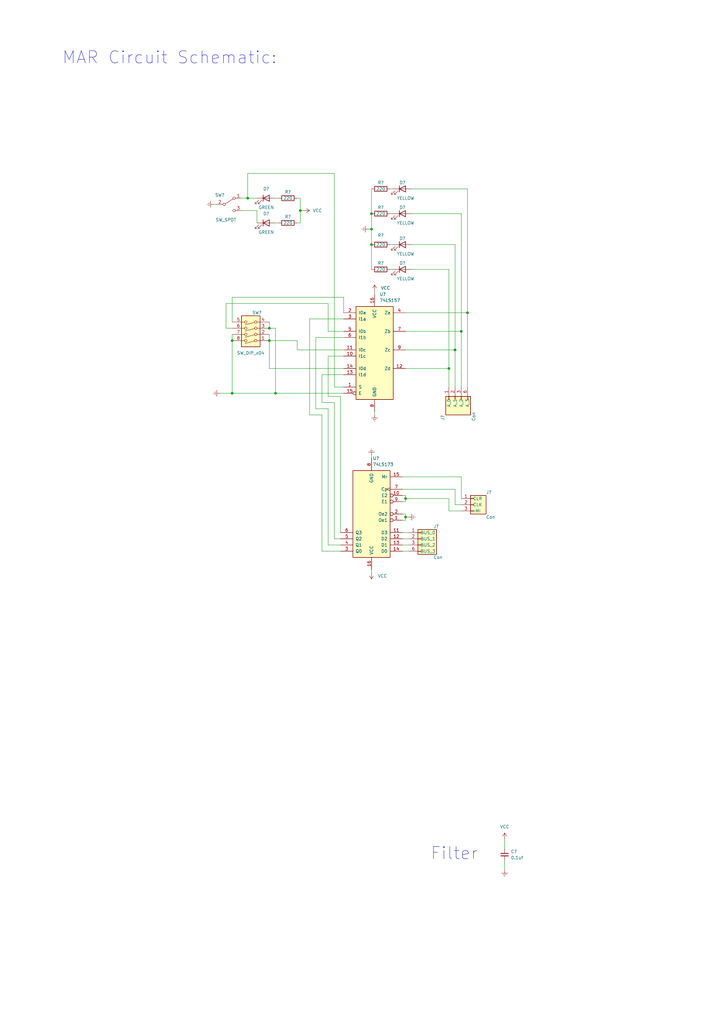
<source format=kicad_sch>
(kicad_sch (version 20211123) (generator eeschema)
  (paper "A3" portrait)
  (lib_symbols
    (symbol "74xx:74LS157" (pin_names (offset 1.016))
      (property "Reference" "U" (at -7.62 19.05 0))
      (property "Value" "74LS157" (at -7.62 -21.59 0))
      (symbol "74LS157_1_0"
        (pin input line (at -12.7 -15.24 0) (length 5.08) (name "S") (number "1"))
        (pin input line (at -12.7 -2.54 0) (length 5.08) (name "I1c") (number "10"))
        (pin input line (at -12.7 0 0) (length 5.08) (name "I0c") (number "11"))
        (pin output line (at 12.7 -7.62 180) (length 5.08) (name "Zd") (number "12"))
        (pin input line (at -12.7 -10.16 0) (length 5.08) (name "I1d") (number "13"))
        (pin input line (at -12.7 -7.62 0) (length 5.08) (name "I0d") (number "14"))
        (pin input inverted (at -12.7 -17.78 0) (length 5.08) (name "E") (number "15"))
        (pin power_in line (at 0 22.86 270) (length 5.08) (name "VCC") (number "16"))
        (pin input line (at -12.7 15.24 0) (length 5.08) (name "I0a") (number "2"))
        (pin input line (at -12.7 12.7 0) (length 5.08) (name "I1a") (number "3"))
        (pin output line (at 12.7 15.24 180) (length 5.08) (name "Za") (number "4"))
        (pin input line (at -12.7 7.62 0) (length 5.08) (name "I0b") (number "5"))
        (pin input line (at -12.7 5.08 0) (length 5.08) (name "I1b") (number "6"))
        (pin output line (at 12.7 7.62 180) (length 5.08) (name "Zb") (number "7"))
        (pin power_in line (at 0 -25.4 90) (length 5.08) (name "GND") (number "8"))
        (pin output line (at 12.7 0 180) (length 5.08) (name "Zc") (number "9"))
      )
      (symbol "74LS157_1_1"
        (rectangle (start -7.62 17.78) (end 7.62 -20.32) (stroke (width 0.254)) (fill (type background)))
      )
    )
    (symbol "74xx:74LS173" (pin_names (offset 1.016))
      (property "Reference" "U" (at -7.62 19.05 0))
      (property "Value" "74LS173" (at -7.62 -19.05 0))
      (symbol "74LS173_1_0"
        (pin input inverted (at -12.7 2.54 0) (length 5.08) (name "Oe1") (number "1"))
        (pin input inverted (at -12.7 -7.62 0) (length 5.08) (name "E2") (number "10"))
        (pin input line (at -12.7 7.62 0) (length 5.08) (name "D3") (number "11"))
        (pin input line (at -12.7 10.16 0) (length 5.08) (name "D2") (number "12"))
        (pin input line (at -12.7 12.7 0) (length 5.08) (name "D1") (number "13"))
        (pin input line (at -12.7 15.24 0) (length 5.08) (name "D0") (number "14"))
        (pin input line (at -12.7 -15.24 0) (length 5.08) (name "Mr") (number "15"))
        (pin power_in line (at 0 22.86 270) (length 5.08) (name "VCC") (number "16"))
        (pin input inverted (at -12.7 0 0) (length 5.08) (name "Oe2") (number "2"))
        (pin tri_state line (at 12.7 15.24 180) (length 5.08) (name "Q0") (number "3"))
        (pin tri_state line (at 12.7 12.7 180) (length 5.08) (name "Q1") (number "4"))
        (pin tri_state line (at 12.7 10.16 180) (length 5.08) (name "Q2") (number "5"))
        (pin tri_state line (at 12.7 7.62 180) (length 5.08) (name "Q3") (number "6"))
        (pin input clock (at -12.7 -10.16 0) (length 5.08) (name "Cp") (number "7"))
        (pin power_in line (at 0 -22.86 90) (length 5.08) (name "GND") (number "8"))
        (pin input inverted (at -12.7 -5.08 0) (length 5.08) (name "E1") (number "9"))
      )
      (symbol "74LS173_1_1"
        (rectangle (start -7.62 17.78) (end 7.62 -17.78) (stroke (width 0.254)) (fill (type background)))
      )
    )
    (symbol "Conn_01x06_1" (pin_names (offset 1.016))
      (property "Reference" "J?" (at 5.08 7.62 0))
      (property "Value" "Con" (at 5.08 -5.08 0))
      (symbol "Conn_01x06_1_1_1"
        (rectangle (start -1.27 -2.54) (end 0 -2.794) (stroke (width 0.1524)))
        (rectangle (start -1.27 0.127) (end 0 -0.127) (stroke (width 0.1524)))
        (rectangle (start -1.27 2.667) (end 0 2.413) (stroke (width 0.1524)))
        (rectangle (start -1.27 5.207) (end 0 4.953) (stroke (width 0.1524)))
        (rectangle (start -1.27 6.35) (end 6.35 -3.81) (stroke (width 0.254)) (fill (type background)))
        (pin passive line (at -5.08 5.08 0) (length 3.81) (name "BUS_0") (number "1"))
        (pin passive line (at -5.08 2.54 0) (length 3.81) (name "BUS_1") (number "2"))
        (pin passive line (at -5.08 0 0) (length 3.81) (name "BUS_2") (number "3"))
        (pin passive line (at -5.08 -2.54 0) (length 3.81) (name "BUS_3") (number "6"))
      )
    )
    (symbol "Conn_01x06_2" (pin_names (offset 1.016))
      (property "Reference" "J?" (at 6.35 7.62 0))
      (property "Value" "Conn_01x06_2" (at 5.08 -5.08 0))
      (symbol "Conn_01x06_2_1_1"
        (rectangle (start -1.27 -2.54) (end 0 -2.794) (stroke (width 0.1524)))
        (rectangle (start -1.27 0.127) (end 0 -0.127) (stroke (width 0.1524)))
        (rectangle (start -1.27 2.667) (end 0 2.413) (stroke (width 0.1524)))
        (rectangle (start -1.27 5.207) (end 0 4.953) (stroke (width 0.1524)))
        (rectangle (start -1.27 6.35) (end 6.35 -3.81) (stroke (width 0.254)) (fill (type background)))
        (pin passive line (at -5.08 5.08 0) (length 3.81) (name "A_0") (number "1"))
        (pin passive line (at -5.08 2.54 0) (length 3.81) (name "A_1") (number "2"))
        (pin passive line (at -5.08 0 0) (length 3.81) (name "A_2") (number "3"))
        (pin passive line (at -5.08 -2.54 0) (length 3.81) (name "A_3") (number "6"))
      )
    )
    (symbol "Connector_Generic:Conn_01x06" (pin_names (offset 1.016))
      (property "Reference" "J?" (at 5.08 7.62 0))
      (property "Value" "Con" (at 5.08 -2.54 0))
      (symbol "Conn_01x06_1_1"
        (rectangle (start -1.27 0.127) (end 0 -0.127) (stroke (width 0.1524)))
        (rectangle (start -1.27 2.667) (end 0 2.413) (stroke (width 0.1524)))
        (rectangle (start -1.27 5.207) (end 0 4.953) (stroke (width 0.1524)))
        (rectangle (start -1.27 6.35) (end 5.08 -1.27) (stroke (width 0.254)) (fill (type background)))
        (pin passive line (at -5.08 5.08 0) (length 3.81) (name "CLR") (number "1"))
        (pin passive line (at -5.08 2.54 0) (length 3.81) (name "CLK") (number "2"))
        (pin passive line (at -5.08 0 0) (length 3.81) (name "~MI") (number "3"))
      )
    )
    (symbol "Device:C_Small" (pin_numbers hide) (pin_names (offset 0.254) hide)
      (property "Reference" "C" (at 0.254 1.778 0))
      (property "Value" "C_Small" (at 0.254 -2.032 0))
      (symbol "C_Small_0_1"
        (polyline (pts (xy -1.524 -0.508) (xy 1.524 -0.508)) (stroke (width 0.3302)))
        (polyline (pts (xy -1.524 0.508) (xy 1.524 0.508)) (stroke (width 0.3048)))
      )
      (symbol "C_Small_1_1"
        (pin passive line (at 0 2.54 270) (length 2.032) (name "~") (number "1"))
        (pin passive line (at 0 -2.54 90) (length 2.032) (name "~") (number "2"))
      )
    )
    (symbol "Device:LED" (pin_numbers hide) (pin_names (offset 1.016) hide)
      (property "Reference" "D" (at 0 2.54 0))
      (property "Value" "LED" (at 0 -2.54 0))
      (symbol "LED_0_1"
        (polyline (pts (xy -1.27 -1.27) (xy -1.27 1.27)) (stroke (width 0.254)))
        (polyline (pts (xy -1.27 0) (xy 1.27 0)))
        (polyline (pts (xy 1.27 -1.27) (xy 1.27 1.27) (xy -1.27 0) (xy 1.27 -1.27)) (stroke (width 0.254)))
        (polyline (pts (xy -3.048 -0.762) (xy -4.572 -2.286) (xy -3.81 -2.286) (xy -4.572 -2.286) (xy -4.572 -1.524)))
        (polyline (pts (xy -1.778 -0.762) (xy -3.302 -2.286) (xy -2.54 -2.286) (xy -3.302 -2.286) (xy -3.302 -1.524)))
      )
      (symbol "LED_1_1"
        (pin passive line (at -3.81 0 0) (length 2.54) (name "K") (number "1"))
        (pin passive line (at 3.81 0 180) (length 2.54) (name "A") (number "2"))
      )
    )
    (symbol "Device:R" (pin_numbers hide) (pin_names (offset 0))
      (property "Reference" "R" (at 2.032 0 90))
      (property "Value" "R" (at 0 0 90))
      (symbol "R_0_1"
        (rectangle (start -1.016 -2.54) (end 1.016 2.54) (stroke (width 0.254)))
      )
      (symbol "R_1_1"
        (pin passive line (at 0 3.81 270) (length 1.27) (name "~") (number "1"))
        (pin passive line (at 0 -3.81 90) (length 1.27) (name "~") (number "2"))
      )
    )
    (symbol "Earth_1" (power) (pin_names (offset 0))
      (symbol "Earth_1_0_1"
        (polyline (pts (xy -0.635 -1.905) (xy 0.635 -1.905)))
        (polyline (pts (xy -0.127 -2.54) (xy 0.127 -2.54)))
        (polyline (pts (xy 0 -1.27) (xy 0 0)))
        (polyline (pts (xy 1.27 -1.27) (xy -1.27 -1.27)))
      )
      (symbol "Earth_1_1_1"
        (pin power_in line (at 0 0 270) (length 0) hide (name "Earth") (number "1"))
      )
    )
    (symbol "Switch:SW_DIP_x04" (pin_names (offset 0) hide)
      (property "Reference" "SW" (at 0 8.89 0))
      (property "Value" "SW_DIP_x04" (at 0 -6.35 0))
      (symbol "SW_DIP_x04_0_0"
        (circle (center -2.032 -2.54) (radius 0.508))
        (circle (center -2.032 0) (radius 0.508))
        (circle (center -2.032 2.54) (radius 0.508))
        (circle (center -2.032 5.08) (radius 0.508))
        (polyline (pts (xy -1.524 -2.3876) (xy 2.3622 -1.3462)))
        (polyline (pts (xy -1.524 0.127) (xy 2.3622 1.1684)))
        (polyline (pts (xy -1.524 2.667) (xy 2.3622 3.7084)))
        (polyline (pts (xy -1.524 5.207) (xy 2.3622 6.2484)))
        (circle (center 2.032 -2.54) (radius 0.508))
        (circle (center 2.032 0) (radius 0.508))
        (circle (center 2.032 2.54) (radius 0.508))
        (circle (center 2.032 5.08) (radius 0.508))
      )
      (symbol "SW_DIP_x04_0_1"
        (rectangle (start -3.81 7.62) (end 3.81 -5.08) (stroke (width 0.254)) (fill (type background)))
      )
      (symbol "SW_DIP_x04_1_1"
        (pin passive line (at -7.62 5.08 0) (length 5.08) (name "~") (number "1"))
        (pin passive line (at -7.62 2.54 0) (length 5.08) (name "~") (number "2"))
        (pin passive line (at -7.62 0 0) (length 5.08) (name "~") (number "3"))
        (pin passive line (at -7.62 -2.54 0) (length 5.08) (name "~") (number "4"))
        (pin passive line (at 7.62 -2.54 180) (length 5.08) (name "~") (number "5"))
        (pin passive line (at 7.62 0 180) (length 5.08) (name "~") (number "6"))
        (pin passive line (at 7.62 2.54 180) (length 5.08) (name "~") (number "7"))
        (pin passive line (at 7.62 5.08 180) (length 5.08) (name "~") (number "8"))
      )
    )
    (symbol "Switch:SW_SPDT" (pin_names (offset 0) hide)
      (property "Reference" "SW" (at 0 4.318 0))
      (property "Value" "SW_SPDT" (at 0 -5.08 0))
      (symbol "SW_SPDT_0_0"
        (circle (center -2.032 0) (radius 0.508))
        (circle (center 2.032 -2.54) (radius 0.508))
      )
      (symbol "SW_SPDT_0_1"
        (polyline (pts (xy -1.524 0.254) (xy 1.651 2.286)))
        (circle (center 2.032 2.54) (radius 0.508))
      )
      (symbol "SW_SPDT_1_1"
        (pin passive line (at 5.08 2.54 180) (length 2.54) (name "A") (number "1"))
        (pin passive line (at -5.08 0 0) (length 2.54) (name "B") (number "2"))
        (pin passive line (at 5.08 -2.54 180) (length 2.54) (name "C") (number "3"))
      )
    )
    (symbol "power:Earth" (power) (pin_names (offset 0))
      (symbol "Earth_0_1"
        (polyline (pts (xy -0.635 -1.905) (xy 0.635 -1.905)))
        (polyline (pts (xy -0.127 -2.54) (xy 0.127 -2.54)))
        (polyline (pts (xy 0 -1.27) (xy 0 0)))
        (polyline (pts (xy 1.27 -1.27) (xy -1.27 -1.27)))
      )
      (symbol "Earth_1_1"
        (pin power_in line (at 0 0 270) (length 0) hide (name "Earth") (number "1"))
      )
    )
    (symbol "power:VCC" (power) (pin_names (offset 0))
      (property "Value" "VCC" (at 0 3.81 0))
      (symbol "VCC_0_1"
        (polyline (pts (xy -0.762 1.27) (xy 0 2.54)))
        (polyline (pts (xy 0 0) (xy 0 2.54)))
        (polyline (pts (xy 0 2.54) (xy 0.762 1.27)))
      )
      (symbol "VCC_1_1"
        (pin power_in line (at 0 0 90) (length 0) hide (name "VCC") (number "1"))
      )
    )
  )
  (junction (at 110.49 134.62))
  (junction (at 101.6 81.28))
  (junction (at 166.37 212.09))
  (junction (at 152.4 87.63))
  (junction (at 113.03 161.29))
  (junction (at 186.69 143.51))
  (junction (at 95.25 161.29))
  (junction (at 123.19 86.36))
  (junction (at 191.77 128.27))
  (junction (at 152.4 100.33))
  (junction (at 166.37 204.47))
  (junction (at 152.4 93.98))
  (junction (at 95.25 139.7))
  (junction (at 189.23 135.89))
  (junction (at 110.49 139.7))
  (junction (at 184.15 151.13))
  (wire (pts (xy 113.03 91.44) (xy 114.3 91.44)))
  (wire (pts (xy 165.1 226.06) (xy 167.64 226.06)))
  (wire (pts (xy 113.03 134.62) (xy 113.03 161.29)))
  (wire (pts (xy 99.06 86.36) (xy 105.41 86.36)))
  (wire (pts (xy 99.06 81.28) (xy 101.6 81.28)))
  (wire (pts (xy 166.37 128.27) (xy 191.77 128.27)))
  (wire (pts (xy 110.49 151.13) (xy 140.97 151.13)))
  (wire (pts (xy 152.4 87.63) (xy 152.4 93.98)))
  (wire (pts (xy 189.23 209.55) (xy 184.15 209.55)))
  (wire (pts (xy 184.15 204.47) (xy 166.37 204.47)))
  (wire (pts (xy 152.4 186.69) (xy 152.4 187.96)))
  (wire (pts (xy 166.37 203.2) (xy 165.1 203.2)))
  (wire (pts (xy 165.1 218.44) (xy 167.64 218.44)))
  (wire (pts (xy 127 130.81) (xy 140.97 130.81)))
  (wire (pts (xy 151.13 93.98) (xy 152.4 93.98)))
  (wire (pts (xy 134.62 135.89) (xy 140.97 135.89)))
  (wire (pts (xy 110.49 139.7) (xy 110.49 151.13)))
  (wire (pts (xy 132.08 165.1) (xy 132.08 153.67)))
  (wire (pts (xy 121.92 91.44) (xy 123.19 91.44)))
  (wire (pts (xy 153.67 119.38) (xy 153.67 120.65)))
  (wire (pts (xy 152.4 233.68) (xy 152.4 234.95)))
  (wire (pts (xy 110.49 137.16) (xy 110.49 139.7)))
  (wire (pts (xy 152.4 77.47) (xy 152.4 87.63)))
  (wire (pts (xy 160.02 100.33) (xy 161.29 100.33)))
  (wire (pts (xy 166.37 135.89) (xy 189.23 135.89)))
  (wire (pts (xy 137.16 71.12) (xy 137.16 158.75)))
  (wire (pts (xy 166.37 203.2) (xy 166.37 204.47)))
  (wire (pts (xy 184.15 151.13) (xy 184.15 158.75)))
  (wire (pts (xy 139.7 223.52) (xy 134.62 223.52)))
  (wire (pts (xy 101.6 71.12) (xy 137.16 71.12)))
  (wire (pts (xy 101.6 81.28) (xy 105.41 81.28)))
  (wire (pts (xy 168.91 87.63) (xy 189.23 87.63)))
  (wire (pts (xy 127 170.18) (xy 127 130.81)))
  (wire (pts (xy 140.97 121.92) (xy 140.97 128.27)))
  (wire (pts (xy 137.16 165.1) (xy 132.08 165.1)))
  (wire (pts (xy 139.7 218.44) (xy 139.7 162.56)))
  (wire (pts (xy 207.01 353.06) (xy 207.01 356.87)))
  (wire (pts (xy 191.77 77.47) (xy 191.77 128.27)))
  (wire (pts (xy 129.54 138.43) (xy 140.97 138.43)))
  (wire (pts (xy 123.19 91.44) (xy 123.19 86.36)))
  (wire (pts (xy 139.7 162.56) (xy 134.62 162.56)))
  (wire (pts (xy 87.63 83.82) (xy 88.9 83.82)))
  (wire (pts (xy 186.69 207.01) (xy 189.23 207.01)))
  (wire (pts (xy 132.08 170.18) (xy 127 170.18)))
  (wire (pts (xy 95.25 134.62) (xy 92.71 134.62)))
  (wire (pts (xy 105.41 86.36) (xy 105.41 91.44)))
  (wire (pts (xy 207.01 344.17) (xy 207.01 347.98)))
  (wire (pts (xy 166.37 151.13) (xy 184.15 151.13)))
  (wire (pts (xy 160.02 77.47) (xy 161.29 77.47)))
  (wire (pts (xy 165.1 213.36) (xy 166.37 213.36)))
  (wire (pts (xy 134.62 167.64) (xy 129.54 167.64)))
  (wire (pts (xy 168.91 110.49) (xy 184.15 110.49)))
  (wire (pts (xy 166.37 212.09) (xy 166.37 213.36)))
  (wire (pts (xy 165.1 200.66) (xy 186.69 200.66)))
  (wire (pts (xy 123.19 81.28) (xy 121.92 81.28)))
  (wire (pts (xy 123.19 86.36) (xy 123.19 81.28)))
  (wire (pts (xy 184.15 209.55) (xy 184.15 204.47)))
  (wire (pts (xy 95.25 132.08) (xy 95.25 121.92)))
  (wire (pts (xy 134.62 146.05) (xy 140.97 146.05)))
  (wire (pts (xy 95.25 161.29) (xy 113.03 161.29)))
  (wire (pts (xy 92.71 134.62) (xy 92.71 124.46)))
  (wire (pts (xy 123.19 86.36) (xy 124.46 86.36)))
  (wire (pts (xy 137.16 220.98) (xy 137.16 165.1)))
  (wire (pts (xy 129.54 167.64) (xy 129.54 138.43)))
  (wire (pts (xy 166.37 212.09) (xy 167.64 212.09)))
  (wire (pts (xy 113.03 81.28) (xy 114.3 81.28)))
  (wire (pts (xy 186.69 200.66) (xy 186.69 207.01)))
  (wire (pts (xy 189.23 87.63) (xy 189.23 135.89)))
  (wire (pts (xy 165.1 195.58) (xy 189.23 195.58)))
  (wire (pts (xy 186.69 143.51) (xy 186.69 100.33)))
  (wire (pts (xy 101.6 81.28) (xy 101.6 71.12)))
  (wire (pts (xy 90.17 161.29) (xy 95.25 161.29)))
  (wire (pts (xy 189.23 135.89) (xy 189.23 158.75)))
  (wire (pts (xy 110.49 132.08) (xy 110.49 134.62)))
  (wire (pts (xy 132.08 226.06) (xy 132.08 170.18)))
  (wire (pts (xy 166.37 143.51) (xy 186.69 143.51)))
  (wire (pts (xy 153.67 168.91) (xy 153.67 170.18)))
  (wire (pts (xy 92.71 124.46) (xy 134.62 124.46)))
  (wire (pts (xy 166.37 205.74) (xy 165.1 205.74)))
  (wire (pts (xy 121.92 143.51) (xy 140.97 143.51)))
  (wire (pts (xy 95.25 121.92) (xy 140.97 121.92)))
  (wire (pts (xy 165.1 223.52) (xy 167.64 223.52)))
  (wire (pts (xy 184.15 110.49) (xy 184.15 151.13)))
  (wire (pts (xy 110.49 139.7) (xy 121.92 139.7)))
  (wire (pts (xy 134.62 223.52) (xy 134.62 167.64)))
  (wire (pts (xy 166.37 210.82) (xy 166.37 212.09)))
  (wire (pts (xy 189.23 195.58) (xy 189.23 204.47)))
  (wire (pts (xy 134.62 124.46) (xy 134.62 135.89)))
  (wire (pts (xy 166.37 204.47) (xy 166.37 205.74)))
  (wire (pts (xy 137.16 158.75) (xy 140.97 158.75)))
  (wire (pts (xy 160.02 87.63) (xy 161.29 87.63)))
  (wire (pts (xy 152.4 93.98) (xy 152.4 100.33)))
  (wire (pts (xy 165.1 220.98) (xy 167.64 220.98)))
  (wire (pts (xy 160.02 110.49) (xy 161.29 110.49)))
  (wire (pts (xy 95.25 139.7) (xy 95.25 161.29)))
  (wire (pts (xy 113.03 161.29) (xy 140.97 161.29)))
  (wire (pts (xy 95.25 137.16) (xy 95.25 139.7)))
  (wire (pts (xy 139.7 220.98) (xy 137.16 220.98)))
  (wire (pts (xy 132.08 153.67) (xy 140.97 153.67)))
  (wire (pts (xy 165.1 210.82) (xy 166.37 210.82)))
  (wire (pts (xy 191.77 128.27) (xy 191.77 158.75)))
  (wire (pts (xy 110.49 134.62) (xy 113.03 134.62)))
  (wire (pts (xy 152.4 100.33) (xy 152.4 110.49)))
  (wire (pts (xy 168.91 77.47) (xy 191.77 77.47)))
  (wire (pts (xy 168.91 100.33) (xy 186.69 100.33)))
  (wire (pts (xy 186.69 158.75) (xy 186.69 143.51)))
  (wire (pts (xy 139.7 226.06) (xy 132.08 226.06)))
  (wire (pts (xy 121.92 139.7) (xy 121.92 143.51)))
  (wire (pts (xy 134.62 162.56) (xy 134.62 146.05)))
  (text "Filter" (at 176.53 353.06 0) (effects (font (size 5 5)) (justify left bottom)))
  (text "MAR Circuit Schematic:" (at 25.4 26.67 0) (effects (font (size 5 5)) (justify left bottom)))
  (symbol (lib_id "Device:LED") (at 165.1 100.33 0) (unit 1)
    (property "Reference" "D?" (at 165.1 97.79 0))
    (property "Value" "YELLOW" (at 166.37 104.14 0))
  )
  (symbol (lib_id "Device:LED") (at 109.22 91.44 0) (unit 1)
    (property "Reference" "D?" (at 109.22 87.63 0))
    (property "Value" "GREEN" (at 109.22 95.25 0))
  )
  (symbol (lib_id "power:VCC") (at 153.67 119.38 0) (unit 1)
    (property "Reference" "#PWR?" (effects hide))
    (property "Value" "VCC" (at 156.21 118.1099 0) (effects (justify left)))
  )
  (symbol (lib_id "power:VCC") (at 207.01 344.17 0) (unit 1)
    (property "Reference" "#PWR?" (effects hide))
    (property "Value" "VCC" (at 207.01 339.09 0))
  )
  (symbol (lib_id "Device:LED") (at 109.22 81.28 0) (unit 1)
    (property "Reference" "D?" (at 109.22 77.47 0))
    (property "Value" "GREEN" (at 109.22 85.09 0))
  )
  (symbol (lib_id "74xx:74LS173") (at 152.4 210.82 180) (unit 1)
    (property "Reference" "U?" (at 152.9206 187.96 0) (effects (justify right)))
    (property "Value" "74LS173" (at 152.9206 190.5 0) (effects (justify right)))
    (property "Datasheet" "http://www.ti.com/lit/gpn/sn74LS173" (effects hide))
  )
  (symbol (lib_id "Device:C_Small") (at 207.01 350.52 0) (unit 1)
    (property "Reference" "C?" (at 209.55 349.2562 0) (effects (justify left)))
    (property "Value" "0.1uf" (at 209.55 351.7962 0) (effects (justify left)))
  )
  (symbol (lib_name "Conn_01x06_2") (lib_id "Connector_Generic:Conn_01x06") (at 189.23 163.83 90) (mirror x) (unit 1)
    (property "Reference" "J?" (at 181.61 170.18 0) (effects (justify left)))
    (property "Value" "Con" (at 194.31 168.91 0) (effects (justify left)))
    (property "Footprint" "Connector_PinHeader_1.00mm:PinHeader_1x06_P1.00mm_Vertical" (effects hide))
  )
  (symbol (lib_id "74xx:74LS157") (at 153.67 143.51 0) (unit 1)
    (property "Reference" "U?" (at 155.6894 120.65 0) (effects (justify left)))
    (property "Value" "74LS157" (at 155.6894 123.19 0) (effects (justify left)))
    (property "Datasheet" "http://www.ti.com/lit/gpn/sn74LS157" (effects hide))
  )
  (symbol (lib_id "Switch:SW_DIP_x04") (at 102.87 134.62 180) (unit 1)
    (property "Reference" "SW?" (at 105.41 128.27 0))
    (property "Value" "SW_DIP_x04" (at 102.87 144.78 0))
  )
  (symbol (lib_id "power:Earth") (at 90.17 161.29 270) (unit 1)
    (property "Reference" "#PWR?" (effects hide))
    (property "Value" "Earth" (effects hide))
  )
  (symbol (lib_id "power:Earth") (at 167.64 212.09 90) (unit 1)
    (property "Reference" "#PWR?" (effects hide))
    (property "Value" "Earth" (effects hide))
  )
  (symbol (lib_id "power:Earth") (at 153.67 170.18 0) (unit 1)
    (property "Reference" "#PWR?" (effects hide))
    (property "Value" "Earth" (effects hide))
  )
  (symbol (lib_id "Device:R") (at 118.11 91.44 90) (unit 1)
    (property "Reference" "R?" (at 118.11 88.9 90))
    (property "Value" "220" (at 118.11 91.44 90))
  )
  (symbol (lib_id "Device:LED") (at 165.1 77.47 0) (unit 1)
    (property "Reference" "D?" (at 165.1 74.93 0))
    (property "Value" "YELLOW" (at 166.37 81.28 0))
  )
  (symbol (lib_id "Switch:SW_SPDT") (at 93.98 83.82 0) (unit 1)
    (property "Reference" "SW?" (at 90.17 80.01 0))
    (property "Value" "SW_SPDT" (at 92.71 90.17 0))
  )
  (symbol (lib_id "Device:LED") (at 165.1 110.49 0) (unit 1)
    (property "Reference" "D?" (at 165.1 107.95 0))
    (property "Value" "YELLOW" (at 166.37 114.3 0))
  )
  (symbol (lib_id "power:VCC") (at 152.4 234.95 180) (unit 1)
    (property "Reference" "#PWR?" (effects hide))
    (property "Value" "VCC" (at 154.94 236.2199 0) (effects (justify right)))
  )
  (symbol (lib_id "power:Earth") (at 151.13 93.98 270) (unit 1)
    (property "Reference" "#PWR?" (effects hide))
    (property "Value" "Earth" (effects hide))
  )
  (symbol (lib_id "Connector_Generic:Conn_01x06") (at 194.31 209.55 0) (unit 1)
    (property "Reference" "J?" (at 199.39 201.93 0) (effects (justify left)))
    (property "Value" "Con" (at 199.39 212.09 0) (effects (justify left)))
    (property "Footprint" "Connector_PinHeader_1.00mm:PinHeader_1x06_P1.00mm_Vertical" (effects hide))
  )
  (symbol (lib_id "Device:R") (at 156.21 100.33 90) (unit 1)
    (property "Reference" "R?" (at 156.21 96.52 90))
    (property "Value" "220" (at 156.21 100.33 90))
  )
  (symbol (lib_name "Conn_01x06_1") (lib_id "Connector_Generic:Conn_01x06") (at 172.72 223.52 0) (unit 1)
    (property "Reference" "J?" (at 177.8 215.9 0) (effects (justify left)))
    (property "Value" "Con" (at 177.8 228.6 0) (effects (justify left)))
    (property "Footprint" "Connector_PinHeader_1.00mm:PinHeader_1x06_P1.00mm_Vertical" (effects hide))
  )
  (symbol (lib_id "Device:R") (at 156.21 87.63 90) (unit 1)
    (property "Reference" "R?" (at 156.21 85.09 90))
    (property "Value" "220" (at 156.21 87.63 90))
  )
  (symbol (lib_id "Device:R") (at 118.11 81.28 90) (unit 1)
    (property "Reference" "R?" (at 118.11 78.74 90))
    (property "Value" "220" (at 118.11 81.28 90))
  )
  (symbol (lib_id "power:Earth") (at 87.63 83.82 270) (unit 1)
    (property "Reference" "#PWR?" (effects hide))
    (property "Value" "Earth" (effects hide))
  )
  (symbol (lib_id "Device:LED") (at 165.1 87.63 0) (unit 1)
    (property "Reference" "D?" (at 165.1 85.09 0))
    (property "Value" "YELLOW" (at 166.37 91.44 0))
  )
  (symbol (lib_id "power:VCC") (at 124.46 86.36 270) (unit 1)
    (property "Reference" "#PWR?" (effects hide))
    (property "Value" "VCC" (at 128.27 86.3599 90) (effects (justify left)))
  )
  (symbol (lib_id "Device:R") (at 156.21 110.49 90) (unit 1)
    (property "Reference" "R?" (at 156.21 107.95 90))
    (property "Value" "220" (at 156.21 110.49 90))
  )
  (symbol (lib_id "Device:R") (at 156.21 77.47 90) (unit 1)
    (property "Reference" "R?" (at 156.21 74.93 90))
    (property "Value" "220" (at 156.21 77.47 90))
  )
  (symbol (lib_id "power:Earth") (at 152.4 186.69 180) (unit 1)
    (property "Reference" "#PWR?" (effects hide))
    (property "Value" "Earth" (effects hide))
  )
  (symbol (lib_name "Earth_1") (lib_id "power:Earth") (at 207.01 356.87 0) (unit 1)
    (property "Reference" "#PWR?" (effects hide))
    (property "Value" "Earth" (effects hide))
  )
)
</source>
